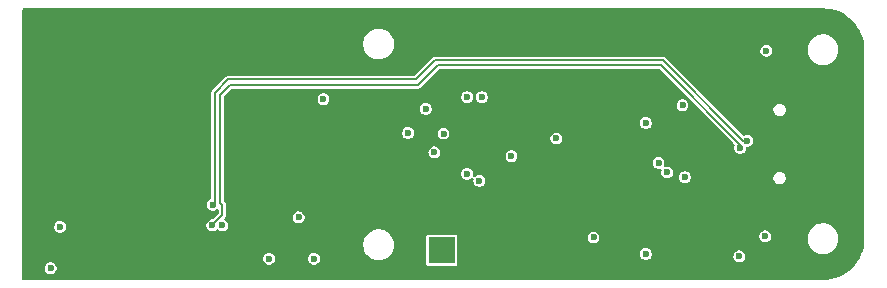
<source format=gbr>
%TF.GenerationSoftware,KiCad,Pcbnew,9.0.4*%
%TF.CreationDate,2025-09-01T13:06:02+02:00*%
%TF.ProjectId,EHT,4548542e-6b69-4636-9164-5f7063625858,rev?*%
%TF.SameCoordinates,Original*%
%TF.FileFunction,Copper,L3,Inr*%
%TF.FilePolarity,Positive*%
%FSLAX46Y46*%
G04 Gerber Fmt 4.6, Leading zero omitted, Abs format (unit mm)*
G04 Created by KiCad (PCBNEW 9.0.4) date 2025-09-01 13:06:02*
%MOMM*%
%LPD*%
G01*
G04 APERTURE LIST*
%TA.AperFunction,ComponentPad*%
%ADD10R,2.250000X2.250000*%
%TD*%
%TA.AperFunction,ComponentPad*%
%ADD11C,2.250000*%
%TD*%
%TA.AperFunction,HeatsinkPad*%
%ADD12O,2.100000X1.000000*%
%TD*%
%TA.AperFunction,HeatsinkPad*%
%ADD13O,1.800000X1.000000*%
%TD*%
%TA.AperFunction,HeatsinkPad*%
%ADD14C,0.600000*%
%TD*%
%TA.AperFunction,ViaPad*%
%ADD15C,0.600000*%
%TD*%
%TA.AperFunction,Conductor*%
%ADD16C,0.200000*%
%TD*%
G04 APERTURE END LIST*
D10*
%TO.N,Net-(U7-EN)*%
%TO.C,SW1*%
X149700000Y-92000000D03*
D11*
%TO.N,GND*%
X156200000Y-92000000D03*
%TD*%
D12*
%TO.N,GND*%
%TO.C,J1*%
X177820000Y-87300000D03*
D13*
X182000000Y-87300000D03*
D12*
X177820000Y-78660000D03*
D13*
X182000000Y-78660000D03*
%TD*%
D14*
%TO.N,GND*%
%TO.C,U7*%
X121860000Y-85915000D03*
X123260000Y-85915000D03*
X121160000Y-85215000D03*
X122560000Y-85215000D03*
X123960000Y-85215000D03*
X121860000Y-84515000D03*
X123260000Y-84515000D03*
X121160000Y-83815000D03*
X122560000Y-83815000D03*
X123960000Y-83815000D03*
X121860000Y-83115000D03*
X123260000Y-83115000D03*
%TD*%
D15*
%TO.N,GND*%
X140500000Y-89200000D03*
X171200000Y-74000000D03*
X155615000Y-82015000D03*
X172862200Y-81767800D03*
X154600000Y-86100000D03*
X164700000Y-92300000D03*
X152200000Y-75299000D03*
X175115000Y-86015000D03*
X165500000Y-84200000D03*
X175425000Y-89500000D03*
X153615000Y-80015000D03*
X152400000Y-74400000D03*
X170900000Y-90075000D03*
X152200000Y-73500000D03*
X167100000Y-77900000D03*
X175400000Y-76500000D03*
X160400000Y-92200000D03*
X168075735Y-90424265D03*
X134800000Y-87300000D03*
X151600000Y-72700000D03*
X172700000Y-90075000D03*
X175115000Y-80015000D03*
%TO.N,Net-(U2-SDO{slash}AD0)*%
X146865000Y-82055000D03*
X152900000Y-86115000D03*
%TO.N,Net-(U2-~{CS})*%
X153115000Y-79015000D03*
X149089672Y-83700000D03*
%TO.N,Net-(U2-SCL{slash}SCLK)*%
X149865000Y-82100000D03*
X151865000Y-79015000D03*
%TO.N,D+*%
X130341051Y-88122017D03*
X175584834Y-82722663D03*
X131140000Y-89875000D03*
%TO.N,D-*%
X174983792Y-83323705D03*
X130290000Y-89875000D03*
%TO.N,Net-(SW2A-A)*%
X167000000Y-81200000D03*
X167000000Y-92300000D03*
%TO.N,LED_PWR*%
X174900000Y-92500000D03*
X170300000Y-85800000D03*
X170100000Y-79700000D03*
%TO.N,+1V8*%
X148365005Y-80016000D03*
X155615000Y-84015000D03*
X151865000Y-85515000D03*
%TO.N,+3V3*%
X138900000Y-92700000D03*
X135100000Y-92700000D03*
X159415000Y-82515000D03*
X116600000Y-93500000D03*
X139700000Y-79180000D03*
X162565000Y-90900000D03*
%TO.N,Net-(U7-EN)*%
X137600000Y-89200000D03*
X117400000Y-90000000D03*
%TO.N,Net-(DCHG1-K)*%
X168800000Y-85400000D03*
X177200000Y-75100000D03*
%TO.N,Net-(DPGOOD1-K)*%
X177100000Y-90800000D03*
X168070460Y-84586707D03*
%TD*%
D16*
%TO.N,D+*%
X175584834Y-82722663D02*
X175301991Y-82722663D01*
X131641802Y-77515000D02*
X130514477Y-78642325D01*
X130514477Y-78642325D02*
X130514477Y-87948591D01*
X147546802Y-77515000D02*
X131641802Y-77515000D01*
X175584834Y-82722663D02*
X175232693Y-82722663D01*
X168409030Y-75899000D02*
X149162802Y-75899000D01*
X175232693Y-82722663D02*
X168409030Y-75899000D01*
X149162802Y-75899000D02*
X147546802Y-77515000D01*
%TO.N,D-*%
X130290000Y-89875000D02*
X131141048Y-89023952D01*
X131141048Y-89023952D02*
X131141048Y-88125161D01*
X174983792Y-83040862D02*
X174983792Y-83323705D01*
X130964478Y-78828720D02*
X131793198Y-78000000D01*
X131793198Y-78000000D02*
X147698198Y-78000000D01*
X131141048Y-88125161D02*
X130964478Y-87948591D01*
X130964478Y-87948591D02*
X130964478Y-78828720D01*
X147698198Y-78000000D02*
X149398198Y-76300000D01*
X168242930Y-76300000D02*
X174983792Y-83040862D01*
X149398198Y-76300000D02*
X168242930Y-76300000D01*
%TD*%
%TA.AperFunction,Conductor*%
%TO.N,GND*%
G36*
X182003032Y-71500648D02*
G01*
X182336929Y-71517052D01*
X182349037Y-71518245D01*
X182452146Y-71533539D01*
X182676699Y-71566849D01*
X182688617Y-71569219D01*
X183009951Y-71649709D01*
X183021588Y-71653240D01*
X183092806Y-71678722D01*
X183333467Y-71764832D01*
X183344688Y-71769479D01*
X183644163Y-71911120D01*
X183654871Y-71916844D01*
X183938988Y-72087137D01*
X183949106Y-72093897D01*
X184215170Y-72291224D01*
X184224576Y-72298944D01*
X184470013Y-72521395D01*
X184478604Y-72529986D01*
X184665755Y-72736475D01*
X184701055Y-72775423D01*
X184708775Y-72784829D01*
X184906102Y-73050893D01*
X184912862Y-73061011D01*
X185041776Y-73276092D01*
X185083148Y-73345116D01*
X185088883Y-73355844D01*
X185111050Y-73402713D01*
X185230514Y-73655297D01*
X185235170Y-73666540D01*
X185346759Y-73978411D01*
X185350292Y-73990055D01*
X185430777Y-74311369D01*
X185433151Y-74323305D01*
X185481754Y-74650962D01*
X185482947Y-74663071D01*
X185499351Y-74996966D01*
X185499500Y-75003051D01*
X185499500Y-90996948D01*
X185499351Y-91003033D01*
X185482947Y-91336928D01*
X185481754Y-91349037D01*
X185433151Y-91676694D01*
X185430777Y-91688630D01*
X185350292Y-92009944D01*
X185346759Y-92021588D01*
X185235170Y-92333459D01*
X185230514Y-92344702D01*
X185088885Y-92644151D01*
X185083148Y-92654883D01*
X184912862Y-92938988D01*
X184906102Y-92949106D01*
X184708775Y-93215170D01*
X184701055Y-93224576D01*
X184478611Y-93470006D01*
X184470006Y-93478611D01*
X184224576Y-93701055D01*
X184215170Y-93708775D01*
X183949106Y-93906102D01*
X183938988Y-93912862D01*
X183654883Y-94083148D01*
X183644151Y-94088885D01*
X183344702Y-94230514D01*
X183333459Y-94235170D01*
X183021588Y-94346759D01*
X183009944Y-94350292D01*
X182688630Y-94430777D01*
X182676694Y-94433151D01*
X182349037Y-94481754D01*
X182336928Y-94482947D01*
X182021989Y-94498419D01*
X182003031Y-94499351D01*
X181996949Y-94499500D01*
X114324000Y-94499500D01*
X114256961Y-94479815D01*
X114211206Y-94427011D01*
X114200000Y-94375500D01*
X114200000Y-93434108D01*
X116099500Y-93434108D01*
X116099500Y-93565891D01*
X116133608Y-93693187D01*
X116138151Y-93701055D01*
X116199500Y-93807314D01*
X116292686Y-93900500D01*
X116406814Y-93966392D01*
X116534108Y-94000500D01*
X116534110Y-94000500D01*
X116665890Y-94000500D01*
X116665892Y-94000500D01*
X116793186Y-93966392D01*
X116907314Y-93900500D01*
X117000500Y-93807314D01*
X117066392Y-93693186D01*
X117100500Y-93565892D01*
X117100500Y-93434108D01*
X117066392Y-93306814D01*
X117000500Y-93192686D01*
X116907314Y-93099500D01*
X116850250Y-93066554D01*
X116793187Y-93033608D01*
X116729539Y-93016554D01*
X116665892Y-92999500D01*
X116534108Y-92999500D01*
X116406812Y-93033608D01*
X116292686Y-93099500D01*
X116292683Y-93099502D01*
X116199502Y-93192683D01*
X116199500Y-93192686D01*
X116133608Y-93306812D01*
X116099500Y-93434108D01*
X114200000Y-93434108D01*
X114200000Y-92634108D01*
X134599500Y-92634108D01*
X134599500Y-92765892D01*
X134612792Y-92815500D01*
X134633608Y-92893187D01*
X134666554Y-92950250D01*
X134699500Y-93007314D01*
X134792686Y-93100500D01*
X134906814Y-93166392D01*
X135034108Y-93200500D01*
X135034110Y-93200500D01*
X135165890Y-93200500D01*
X135165892Y-93200500D01*
X135293186Y-93166392D01*
X135407314Y-93100500D01*
X135500500Y-93007314D01*
X135566392Y-92893186D01*
X135600500Y-92765892D01*
X135600500Y-92634108D01*
X138399500Y-92634108D01*
X138399500Y-92765892D01*
X138412792Y-92815500D01*
X138433608Y-92893187D01*
X138466554Y-92950250D01*
X138499500Y-93007314D01*
X138592686Y-93100500D01*
X138706814Y-93166392D01*
X138834108Y-93200500D01*
X138834110Y-93200500D01*
X138965890Y-93200500D01*
X138965892Y-93200500D01*
X139093186Y-93166392D01*
X139207314Y-93100500D01*
X139300500Y-93007314D01*
X139366392Y-92893186D01*
X139400500Y-92765892D01*
X139400500Y-92634108D01*
X139366392Y-92506814D01*
X139300500Y-92392686D01*
X139207314Y-92299500D01*
X139150250Y-92266554D01*
X139093187Y-92233608D01*
X139029539Y-92216554D01*
X138965892Y-92199500D01*
X138834108Y-92199500D01*
X138706812Y-92233608D01*
X138592686Y-92299500D01*
X138592683Y-92299502D01*
X138499502Y-92392683D01*
X138499500Y-92392686D01*
X138433608Y-92506812D01*
X138417778Y-92565892D01*
X138399500Y-92634108D01*
X135600500Y-92634108D01*
X135566392Y-92506814D01*
X135500500Y-92392686D01*
X135407314Y-92299500D01*
X135350250Y-92266554D01*
X135293187Y-92233608D01*
X135229539Y-92216554D01*
X135165892Y-92199500D01*
X135034108Y-92199500D01*
X134906812Y-92233608D01*
X134792686Y-92299500D01*
X134792683Y-92299502D01*
X134699502Y-92392683D01*
X134699500Y-92392686D01*
X134633608Y-92506812D01*
X134617778Y-92565892D01*
X134599500Y-92634108D01*
X114200000Y-92634108D01*
X114200000Y-91412648D01*
X143064500Y-91412648D01*
X143064500Y-91617351D01*
X143096522Y-91819534D01*
X143159781Y-92014223D01*
X143209748Y-92112287D01*
X143250712Y-92192683D01*
X143252715Y-92196613D01*
X143373028Y-92362213D01*
X143517786Y-92506971D01*
X143655898Y-92607313D01*
X143683390Y-92627287D01*
X143799607Y-92686503D01*
X143865776Y-92720218D01*
X143865778Y-92720218D01*
X143865781Y-92720220D01*
X143970137Y-92754127D01*
X144060465Y-92783477D01*
X144161557Y-92799488D01*
X144262648Y-92815500D01*
X144262649Y-92815500D01*
X144467351Y-92815500D01*
X144467352Y-92815500D01*
X144669534Y-92783477D01*
X144864219Y-92720220D01*
X145046610Y-92627287D01*
X145139590Y-92559732D01*
X145212213Y-92506971D01*
X145212215Y-92506968D01*
X145212219Y-92506966D01*
X145356966Y-92362219D01*
X145356968Y-92362215D01*
X145356971Y-92362213D01*
X145425073Y-92268477D01*
X145477287Y-92196610D01*
X145570220Y-92014219D01*
X145633477Y-91819534D01*
X145665500Y-91617352D01*
X145665500Y-91412648D01*
X145658174Y-91366392D01*
X145633477Y-91210465D01*
X145604127Y-91120137D01*
X145570220Y-91015781D01*
X145570218Y-91015778D01*
X145570218Y-91015776D01*
X145514006Y-90905455D01*
X145510028Y-90897648D01*
X145488424Y-90855247D01*
X148374500Y-90855247D01*
X148374500Y-93144752D01*
X148386131Y-93203229D01*
X148386132Y-93203230D01*
X148430447Y-93269552D01*
X148496769Y-93313867D01*
X148496770Y-93313868D01*
X148555247Y-93325499D01*
X148555250Y-93325500D01*
X148555252Y-93325500D01*
X150844750Y-93325500D01*
X150844751Y-93325499D01*
X150859568Y-93322552D01*
X150903229Y-93313868D01*
X150903229Y-93313867D01*
X150903231Y-93313867D01*
X150969552Y-93269552D01*
X151013867Y-93203231D01*
X151013867Y-93203229D01*
X151013868Y-93203229D01*
X151025499Y-93144752D01*
X151025500Y-93144750D01*
X151025500Y-92234108D01*
X166499500Y-92234108D01*
X166499500Y-92365892D01*
X166516554Y-92429539D01*
X166533608Y-92493187D01*
X166566554Y-92550250D01*
X166599500Y-92607314D01*
X166692686Y-92700500D01*
X166791521Y-92757563D01*
X166805944Y-92765890D01*
X166806814Y-92766392D01*
X166934108Y-92800500D01*
X166934110Y-92800500D01*
X167065890Y-92800500D01*
X167065892Y-92800500D01*
X167193186Y-92766392D01*
X167307314Y-92700500D01*
X167400500Y-92607314D01*
X167466392Y-92493186D01*
X167482222Y-92434108D01*
X174399500Y-92434108D01*
X174399500Y-92565892D01*
X174415950Y-92627284D01*
X174433608Y-92693187D01*
X174449215Y-92720218D01*
X174499500Y-92807314D01*
X174592686Y-92900500D01*
X174706814Y-92966392D01*
X174834108Y-93000500D01*
X174834110Y-93000500D01*
X174965890Y-93000500D01*
X174965892Y-93000500D01*
X175093186Y-92966392D01*
X175207314Y-92900500D01*
X175300500Y-92807314D01*
X175366392Y-92693186D01*
X175400500Y-92565892D01*
X175400500Y-92434108D01*
X175366392Y-92306814D01*
X175300500Y-92192686D01*
X175207314Y-92099500D01*
X175150250Y-92066554D01*
X175093187Y-92033608D01*
X175026915Y-92015851D01*
X174965892Y-91999500D01*
X174834108Y-91999500D01*
X174706812Y-92033608D01*
X174592686Y-92099500D01*
X174592683Y-92099502D01*
X174499502Y-92192683D01*
X174499500Y-92192686D01*
X174433608Y-92306812D01*
X174417778Y-92365892D01*
X174399500Y-92434108D01*
X167482222Y-92434108D01*
X167500500Y-92365892D01*
X167500500Y-92234108D01*
X167466392Y-92106814D01*
X167400500Y-91992686D01*
X167307314Y-91899500D01*
X167216761Y-91847219D01*
X167193187Y-91833608D01*
X167129539Y-91816554D01*
X167065892Y-91799500D01*
X166934108Y-91799500D01*
X166806812Y-91833608D01*
X166692686Y-91899500D01*
X166692683Y-91899502D01*
X166599502Y-91992683D01*
X166599500Y-91992686D01*
X166533608Y-92106812D01*
X166510600Y-92192683D01*
X166499500Y-92234108D01*
X151025500Y-92234108D01*
X151025500Y-90855252D01*
X151024490Y-90850175D01*
X151024490Y-90850172D01*
X151021295Y-90834108D01*
X162064500Y-90834108D01*
X162064500Y-90965891D01*
X162098608Y-91093187D01*
X162106766Y-91107316D01*
X162164500Y-91207314D01*
X162257686Y-91300500D01*
X162371814Y-91366392D01*
X162499108Y-91400500D01*
X162499110Y-91400500D01*
X162630890Y-91400500D01*
X162630892Y-91400500D01*
X162758186Y-91366392D01*
X162872314Y-91300500D01*
X162965500Y-91207314D01*
X163031392Y-91093186D01*
X163065500Y-90965892D01*
X163065500Y-90834108D01*
X163038705Y-90734108D01*
X176599500Y-90734108D01*
X176599500Y-90865891D01*
X176633608Y-90993187D01*
X176637542Y-91000000D01*
X176699500Y-91107314D01*
X176792686Y-91200500D01*
X176906814Y-91266392D01*
X177034108Y-91300500D01*
X177034110Y-91300500D01*
X177165890Y-91300500D01*
X177165892Y-91300500D01*
X177293186Y-91266392D01*
X177407314Y-91200500D01*
X177500500Y-91107314D01*
X177566392Y-90993186D01*
X177591991Y-90897648D01*
X180699500Y-90897648D01*
X180699500Y-91102351D01*
X180731522Y-91304534D01*
X180794781Y-91499223D01*
X180854971Y-91617351D01*
X180885208Y-91676694D01*
X180887715Y-91681613D01*
X181008028Y-91847213D01*
X181152786Y-91991971D01*
X181300790Y-92099500D01*
X181318390Y-92112287D01*
X181434607Y-92171503D01*
X181500776Y-92205218D01*
X181500778Y-92205218D01*
X181500781Y-92205220D01*
X181588150Y-92233608D01*
X181695465Y-92268477D01*
X181796557Y-92284488D01*
X181897648Y-92300500D01*
X181897649Y-92300500D01*
X182102351Y-92300500D01*
X182102352Y-92300500D01*
X182304534Y-92268477D01*
X182499219Y-92205220D01*
X182681610Y-92112287D01*
X182789903Y-92033608D01*
X182847213Y-91991971D01*
X182847215Y-91991968D01*
X182847219Y-91991966D01*
X182991966Y-91847219D01*
X182991968Y-91847215D01*
X182991971Y-91847213D01*
X183044732Y-91774590D01*
X183112287Y-91681610D01*
X183205220Y-91499219D01*
X183268477Y-91304534D01*
X183300500Y-91102352D01*
X183300500Y-90897648D01*
X183274598Y-90734110D01*
X183268477Y-90695465D01*
X183205218Y-90500776D01*
X183154124Y-90400500D01*
X183112287Y-90318390D01*
X183081124Y-90275497D01*
X182991971Y-90152786D01*
X182847213Y-90008028D01*
X182681613Y-89887715D01*
X182681612Y-89887714D01*
X182681610Y-89887713D01*
X182624653Y-89858691D01*
X182499223Y-89794781D01*
X182304534Y-89731522D01*
X182129995Y-89703878D01*
X182102352Y-89699500D01*
X181897648Y-89699500D01*
X181873329Y-89703351D01*
X181695465Y-89731522D01*
X181500776Y-89794781D01*
X181318386Y-89887715D01*
X181152786Y-90008028D01*
X181008028Y-90152786D01*
X180887715Y-90318386D01*
X180794781Y-90500776D01*
X180731522Y-90695465D01*
X180699500Y-90897648D01*
X177591991Y-90897648D01*
X177600500Y-90865892D01*
X177600500Y-90734108D01*
X177566392Y-90606814D01*
X177500500Y-90492686D01*
X177407314Y-90399500D01*
X177350250Y-90366554D01*
X177293187Y-90333608D01*
X177229539Y-90316554D01*
X177165892Y-90299500D01*
X177034108Y-90299500D01*
X176906812Y-90333608D01*
X176792686Y-90399500D01*
X176792683Y-90399502D01*
X176699502Y-90492683D01*
X176699500Y-90492686D01*
X176633608Y-90606812D01*
X176599500Y-90734108D01*
X163038705Y-90734108D01*
X163031392Y-90706814D01*
X162965500Y-90592686D01*
X162872314Y-90499500D01*
X162814968Y-90466391D01*
X162758187Y-90433608D01*
X162694539Y-90416554D01*
X162630892Y-90399500D01*
X162499108Y-90399500D01*
X162371812Y-90433608D01*
X162257686Y-90499500D01*
X162257683Y-90499502D01*
X162164502Y-90592683D01*
X162164500Y-90592686D01*
X162098608Y-90706812D01*
X162064500Y-90834108D01*
X151021295Y-90834108D01*
X151013868Y-90796770D01*
X151013867Y-90796769D01*
X150969552Y-90730447D01*
X150903230Y-90686132D01*
X150903229Y-90686131D01*
X150844752Y-90674500D01*
X150844748Y-90674500D01*
X148555252Y-90674500D01*
X148555247Y-90674500D01*
X148496770Y-90686131D01*
X148496769Y-90686132D01*
X148430447Y-90730447D01*
X148386132Y-90796769D01*
X148386131Y-90796770D01*
X148374500Y-90855247D01*
X145488424Y-90855247D01*
X145477287Y-90833390D01*
X145450681Y-90796769D01*
X145356971Y-90667786D01*
X145212213Y-90523028D01*
X145046613Y-90402715D01*
X145046612Y-90402714D01*
X145046610Y-90402713D01*
X144989653Y-90373691D01*
X144864223Y-90309781D01*
X144669534Y-90246522D01*
X144483098Y-90216994D01*
X144467352Y-90214500D01*
X144262648Y-90214500D01*
X144246902Y-90216994D01*
X144060465Y-90246522D01*
X143865776Y-90309781D01*
X143683386Y-90402715D01*
X143517786Y-90523028D01*
X143373028Y-90667786D01*
X143252715Y-90833386D01*
X143159781Y-91015776D01*
X143096522Y-91210465D01*
X143064500Y-91412648D01*
X114200000Y-91412648D01*
X114200000Y-89934108D01*
X116899500Y-89934108D01*
X116899500Y-90065891D01*
X116933608Y-90193187D01*
X116963809Y-90245495D01*
X116999500Y-90307314D01*
X117092686Y-90400500D01*
X117206814Y-90466392D01*
X117334108Y-90500500D01*
X117334110Y-90500500D01*
X117465890Y-90500500D01*
X117465892Y-90500500D01*
X117593186Y-90466392D01*
X117707314Y-90400500D01*
X117800500Y-90307314D01*
X117866392Y-90193186D01*
X117900500Y-90065892D01*
X117900500Y-89934108D01*
X117867007Y-89809108D01*
X129789500Y-89809108D01*
X129789500Y-89940891D01*
X129823608Y-90068187D01*
X129856554Y-90125250D01*
X129889500Y-90182314D01*
X129982686Y-90275500D01*
X130096814Y-90341392D01*
X130224108Y-90375500D01*
X130224110Y-90375500D01*
X130355890Y-90375500D01*
X130355892Y-90375500D01*
X130483186Y-90341392D01*
X130597314Y-90275500D01*
X130627319Y-90245495D01*
X130688642Y-90212010D01*
X130758334Y-90216994D01*
X130802681Y-90245495D01*
X130832686Y-90275500D01*
X130946814Y-90341392D01*
X131074108Y-90375500D01*
X131074110Y-90375500D01*
X131205890Y-90375500D01*
X131205892Y-90375500D01*
X131333186Y-90341392D01*
X131447314Y-90275500D01*
X131540500Y-90182314D01*
X131606392Y-90068186D01*
X131640500Y-89940892D01*
X131640500Y-89809108D01*
X131606392Y-89681814D01*
X131540500Y-89567686D01*
X131447314Y-89474500D01*
X131447311Y-89474498D01*
X131447307Y-89474495D01*
X131376883Y-89433835D01*
X131328668Y-89383268D01*
X131315446Y-89314661D01*
X131331163Y-89265030D01*
X131339416Y-89250554D01*
X131381508Y-89208463D01*
X131421070Y-89139940D01*
X131422633Y-89134108D01*
X137099500Y-89134108D01*
X137099500Y-89265892D01*
X137116554Y-89329539D01*
X137133608Y-89393187D01*
X137157077Y-89433835D01*
X137199500Y-89507314D01*
X137292686Y-89600500D01*
X137406814Y-89666392D01*
X137534108Y-89700500D01*
X137534110Y-89700500D01*
X137665890Y-89700500D01*
X137665892Y-89700500D01*
X137793186Y-89666392D01*
X137907314Y-89600500D01*
X138000500Y-89507314D01*
X138066392Y-89393186D01*
X138100500Y-89265892D01*
X138100500Y-89134108D01*
X138066392Y-89006814D01*
X138000500Y-88892686D01*
X137907314Y-88799500D01*
X137850250Y-88766554D01*
X137793187Y-88733608D01*
X137729539Y-88716554D01*
X137665892Y-88699500D01*
X137534108Y-88699500D01*
X137406812Y-88733608D01*
X137292686Y-88799500D01*
X137292683Y-88799502D01*
X137199502Y-88892683D01*
X137199500Y-88892686D01*
X137133608Y-89006812D01*
X137118415Y-89063514D01*
X137099500Y-89134108D01*
X131422633Y-89134108D01*
X131441548Y-89063514D01*
X131441548Y-88984390D01*
X131441548Y-88085599D01*
X131435916Y-88064579D01*
X131421070Y-88009173D01*
X131381508Y-87940650D01*
X131301297Y-87860439D01*
X131267812Y-87799116D01*
X131264978Y-87772758D01*
X131264978Y-85449108D01*
X151364500Y-85449108D01*
X151364500Y-85580892D01*
X151367795Y-85593188D01*
X151398608Y-85708187D01*
X151402255Y-85714503D01*
X151464500Y-85822314D01*
X151557686Y-85915500D01*
X151671814Y-85981392D01*
X151799108Y-86015500D01*
X151799110Y-86015500D01*
X151930890Y-86015500D01*
X151930892Y-86015500D01*
X152058186Y-85981392D01*
X152172314Y-85915500D01*
X152204330Y-85883483D01*
X152265650Y-85849999D01*
X152335342Y-85854983D01*
X152391276Y-85896853D01*
X152415694Y-85962317D01*
X152411785Y-86003257D01*
X152399500Y-86049106D01*
X152399500Y-86049108D01*
X152399500Y-86180892D01*
X152402655Y-86192665D01*
X152433608Y-86308187D01*
X152463342Y-86359686D01*
X152499500Y-86422314D01*
X152592686Y-86515500D01*
X152706814Y-86581392D01*
X152834108Y-86615500D01*
X152834110Y-86615500D01*
X152965890Y-86615500D01*
X152965892Y-86615500D01*
X153093186Y-86581392D01*
X153207314Y-86515500D01*
X153300500Y-86422314D01*
X153366392Y-86308186D01*
X153400500Y-86180892D01*
X153400500Y-86049108D01*
X153366392Y-85921814D01*
X153300500Y-85807686D01*
X153207314Y-85714500D01*
X153150250Y-85681554D01*
X153093187Y-85648608D01*
X153029539Y-85631554D01*
X152965892Y-85614500D01*
X152834108Y-85614500D01*
X152706812Y-85648608D01*
X152592686Y-85714500D01*
X152592682Y-85714503D01*
X152560669Y-85746516D01*
X152499345Y-85780001D01*
X152429654Y-85775015D01*
X152373721Y-85733143D01*
X152349305Y-85667678D01*
X152353213Y-85626746D01*
X152365500Y-85580892D01*
X152365500Y-85449108D01*
X152331392Y-85321814D01*
X152265500Y-85207686D01*
X152172314Y-85114500D01*
X152109548Y-85078262D01*
X152058187Y-85048608D01*
X151994539Y-85031554D01*
X151930892Y-85014500D01*
X151799108Y-85014500D01*
X151671812Y-85048608D01*
X151557686Y-85114500D01*
X151557683Y-85114502D01*
X151464502Y-85207683D01*
X151464500Y-85207686D01*
X151398608Y-85321812D01*
X151382933Y-85380313D01*
X151364500Y-85449108D01*
X131264978Y-85449108D01*
X131264978Y-84520815D01*
X167569960Y-84520815D01*
X167569960Y-84652598D01*
X167604068Y-84779894D01*
X167618593Y-84805051D01*
X167669960Y-84894021D01*
X167763146Y-84987207D01*
X167877274Y-85053099D01*
X168004568Y-85087207D01*
X168004570Y-85087207D01*
X168136350Y-85087207D01*
X168136352Y-85087207D01*
X168175938Y-85076600D01*
X168245786Y-85078262D01*
X168303649Y-85117423D01*
X168331154Y-85181651D01*
X168327805Y-85228467D01*
X168299500Y-85334108D01*
X168299500Y-85465892D01*
X168316554Y-85529539D01*
X168333608Y-85593187D01*
X168352980Y-85626740D01*
X168399500Y-85707314D01*
X168492686Y-85800500D01*
X168578421Y-85849999D01*
X168605944Y-85865890D01*
X168606814Y-85866392D01*
X168734108Y-85900500D01*
X168734110Y-85900500D01*
X168865890Y-85900500D01*
X168865892Y-85900500D01*
X168993186Y-85866392D01*
X169107314Y-85800500D01*
X169173706Y-85734108D01*
X169799500Y-85734108D01*
X169799500Y-85865892D01*
X169812792Y-85915499D01*
X169833608Y-85993187D01*
X169865895Y-86049108D01*
X169899500Y-86107314D01*
X169992686Y-86200500D01*
X170106814Y-86266392D01*
X170234108Y-86300500D01*
X170234110Y-86300500D01*
X170365890Y-86300500D01*
X170365892Y-86300500D01*
X170493186Y-86266392D01*
X170607314Y-86200500D01*
X170700500Y-86107314D01*
X170766392Y-85993186D01*
X170800500Y-85865892D01*
X170800500Y-85800817D01*
X177794500Y-85800817D01*
X177794500Y-85939183D01*
X177811669Y-86003257D01*
X177830312Y-86072835D01*
X177830313Y-86072838D01*
X177899492Y-86192661D01*
X177899494Y-86192664D01*
X177899495Y-86192665D01*
X177997335Y-86290505D01*
X177997336Y-86290506D01*
X177997338Y-86290507D01*
X178027961Y-86308187D01*
X178117164Y-86359688D01*
X178250817Y-86395500D01*
X178250819Y-86395500D01*
X178389181Y-86395500D01*
X178389183Y-86395500D01*
X178522836Y-86359688D01*
X178642665Y-86290505D01*
X178740505Y-86192665D01*
X178809688Y-86072836D01*
X178845500Y-85939183D01*
X178845500Y-85800817D01*
X178809688Y-85667164D01*
X178759879Y-85580892D01*
X178740507Y-85547338D01*
X178740503Y-85547333D01*
X178642666Y-85449496D01*
X178642661Y-85449492D01*
X178522838Y-85380313D01*
X178522837Y-85380312D01*
X178522836Y-85380312D01*
X178389183Y-85344500D01*
X178250817Y-85344500D01*
X178117164Y-85380312D01*
X178117161Y-85380313D01*
X177997338Y-85449492D01*
X177997333Y-85449496D01*
X177899496Y-85547333D01*
X177899492Y-85547338D01*
X177830313Y-85667161D01*
X177830312Y-85667164D01*
X177794500Y-85800817D01*
X170800500Y-85800817D01*
X170800500Y-85734108D01*
X170766392Y-85606814D01*
X170700500Y-85492686D01*
X170607314Y-85399500D01*
X170550250Y-85366554D01*
X170493187Y-85333608D01*
X170429539Y-85316554D01*
X170365892Y-85299500D01*
X170234108Y-85299500D01*
X170106812Y-85333608D01*
X169992686Y-85399500D01*
X169992683Y-85399502D01*
X169899502Y-85492683D01*
X169899500Y-85492686D01*
X169833608Y-85606812D01*
X169806681Y-85707307D01*
X169799500Y-85734108D01*
X169173706Y-85734108D01*
X169200500Y-85707314D01*
X169213023Y-85685622D01*
X169225520Y-85663980D01*
X169266390Y-85593189D01*
X169266392Y-85593186D01*
X169300500Y-85465892D01*
X169300500Y-85334108D01*
X169266392Y-85206814D01*
X169200500Y-85092686D01*
X169107314Y-84999500D01*
X169050250Y-84966554D01*
X168993187Y-84933608D01*
X168905478Y-84910107D01*
X168865892Y-84899500D01*
X168734108Y-84899500D01*
X168734106Y-84899500D01*
X168694520Y-84910107D01*
X168624670Y-84908444D01*
X168566808Y-84869280D01*
X168539305Y-84805051D01*
X168542652Y-84758245D01*
X168570960Y-84652599D01*
X168570960Y-84520815D01*
X168536852Y-84393521D01*
X168470960Y-84279393D01*
X168377774Y-84186207D01*
X168320710Y-84153261D01*
X168263647Y-84120315D01*
X168189691Y-84100499D01*
X168136352Y-84086207D01*
X168004568Y-84086207D01*
X167877272Y-84120315D01*
X167763146Y-84186207D01*
X167763143Y-84186209D01*
X167669962Y-84279390D01*
X167669960Y-84279393D01*
X167604068Y-84393519D01*
X167569960Y-84520815D01*
X131264978Y-84520815D01*
X131264978Y-83634108D01*
X148589172Y-83634108D01*
X148589172Y-83765892D01*
X148595658Y-83790097D01*
X148623280Y-83893187D01*
X148655567Y-83949108D01*
X148689172Y-84007314D01*
X148782358Y-84100500D01*
X148896486Y-84166392D01*
X149023780Y-84200500D01*
X149023782Y-84200500D01*
X149155562Y-84200500D01*
X149155564Y-84200500D01*
X149282858Y-84166392D01*
X149396986Y-84100500D01*
X149490172Y-84007314D01*
X149523777Y-83949108D01*
X155114500Y-83949108D01*
X155114500Y-84080891D01*
X155148608Y-84208187D01*
X155181554Y-84265250D01*
X155214500Y-84322314D01*
X155307686Y-84415500D01*
X155421814Y-84481392D01*
X155549108Y-84515500D01*
X155549110Y-84515500D01*
X155680890Y-84515500D01*
X155680892Y-84515500D01*
X155808186Y-84481392D01*
X155922314Y-84415500D01*
X156015500Y-84322314D01*
X156081392Y-84208186D01*
X156115500Y-84080892D01*
X156115500Y-83949108D01*
X156081392Y-83821814D01*
X156015500Y-83707686D01*
X155922314Y-83614500D01*
X155865250Y-83581554D01*
X155808187Y-83548608D01*
X155744539Y-83531554D01*
X155680892Y-83514500D01*
X155549108Y-83514500D01*
X155421812Y-83548608D01*
X155307686Y-83614500D01*
X155307683Y-83614502D01*
X155214502Y-83707683D01*
X155214500Y-83707686D01*
X155148608Y-83821812D01*
X155114500Y-83949108D01*
X149523777Y-83949108D01*
X149556064Y-83893186D01*
X149590172Y-83765892D01*
X149590172Y-83634108D01*
X149556064Y-83506814D01*
X149490172Y-83392686D01*
X149396986Y-83299500D01*
X149324782Y-83257813D01*
X149282859Y-83233608D01*
X149196542Y-83210480D01*
X149155564Y-83199500D01*
X149023780Y-83199500D01*
X148896484Y-83233608D01*
X148782358Y-83299500D01*
X148782355Y-83299502D01*
X148689174Y-83392683D01*
X148689172Y-83392686D01*
X148623280Y-83506812D01*
X148612081Y-83548608D01*
X148589172Y-83634108D01*
X131264978Y-83634108D01*
X131264978Y-81989108D01*
X146364500Y-81989108D01*
X146364500Y-82120891D01*
X146398608Y-82248187D01*
X146418153Y-82282039D01*
X146464500Y-82362314D01*
X146557686Y-82455500D01*
X146671814Y-82521392D01*
X146799108Y-82555500D01*
X146799110Y-82555500D01*
X146930890Y-82555500D01*
X146930892Y-82555500D01*
X147058186Y-82521392D01*
X147172314Y-82455500D01*
X147265500Y-82362314D01*
X147331392Y-82248186D01*
X147365500Y-82120892D01*
X147365500Y-82034108D01*
X149364500Y-82034108D01*
X149364500Y-82165891D01*
X149398608Y-82293187D01*
X149415135Y-82321812D01*
X149464500Y-82407314D01*
X149557686Y-82500500D01*
X149671814Y-82566392D01*
X149799108Y-82600500D01*
X149799110Y-82600500D01*
X149930890Y-82600500D01*
X149930892Y-82600500D01*
X150058186Y-82566392D01*
X150172314Y-82500500D01*
X150223706Y-82449108D01*
X158914500Y-82449108D01*
X158914500Y-82580891D01*
X158948608Y-82708187D01*
X158981554Y-82765250D01*
X159014500Y-82822314D01*
X159107686Y-82915500D01*
X159221814Y-82981392D01*
X159349108Y-83015500D01*
X159349110Y-83015500D01*
X159480890Y-83015500D01*
X159480892Y-83015500D01*
X159608186Y-82981392D01*
X159722314Y-82915500D01*
X159815500Y-82822314D01*
X159881392Y-82708186D01*
X159915500Y-82580892D01*
X159915500Y-82449108D01*
X159881392Y-82321814D01*
X159815500Y-82207686D01*
X159722314Y-82114500D01*
X159665250Y-82081554D01*
X159608187Y-82048608D01*
X159544539Y-82031554D01*
X159480892Y-82014500D01*
X159349108Y-82014500D01*
X159221812Y-82048608D01*
X159107686Y-82114500D01*
X159107683Y-82114502D01*
X159014502Y-82207683D01*
X159014500Y-82207686D01*
X158948608Y-82321812D01*
X158914500Y-82449108D01*
X150223706Y-82449108D01*
X150265500Y-82407314D01*
X150331392Y-82293186D01*
X150365500Y-82165892D01*
X150365500Y-82034108D01*
X150331392Y-81906814D01*
X150265500Y-81792686D01*
X150172314Y-81699500D01*
X150114968Y-81666391D01*
X150058187Y-81633608D01*
X149994539Y-81616554D01*
X149930892Y-81599500D01*
X149799108Y-81599500D01*
X149671812Y-81633608D01*
X149557686Y-81699500D01*
X149557683Y-81699502D01*
X149464502Y-81792683D01*
X149464500Y-81792686D01*
X149398608Y-81906812D01*
X149364500Y-82034108D01*
X147365500Y-82034108D01*
X147365500Y-81989108D01*
X147331392Y-81861814D01*
X147265500Y-81747686D01*
X147172314Y-81654500D01*
X147115250Y-81621554D01*
X147058187Y-81588608D01*
X146994539Y-81571554D01*
X146930892Y-81554500D01*
X146799108Y-81554500D01*
X146671812Y-81588608D01*
X146557686Y-81654500D01*
X146557683Y-81654502D01*
X146464502Y-81747683D01*
X146464500Y-81747686D01*
X146398608Y-81861812D01*
X146364500Y-81989108D01*
X131264978Y-81989108D01*
X131264978Y-81134108D01*
X166499500Y-81134108D01*
X166499500Y-81265891D01*
X166533608Y-81393187D01*
X166566554Y-81450250D01*
X166599500Y-81507314D01*
X166692686Y-81600500D01*
X166806814Y-81666392D01*
X166934108Y-81700500D01*
X166934110Y-81700500D01*
X167065890Y-81700500D01*
X167065892Y-81700500D01*
X167193186Y-81666392D01*
X167307314Y-81600500D01*
X167400500Y-81507314D01*
X167466392Y-81393186D01*
X167500500Y-81265892D01*
X167500500Y-81134108D01*
X167466392Y-81006814D01*
X167400500Y-80892686D01*
X167307314Y-80799500D01*
X167250250Y-80766554D01*
X167193187Y-80733608D01*
X167129539Y-80716554D01*
X167065892Y-80699500D01*
X166934108Y-80699500D01*
X166806812Y-80733608D01*
X166692686Y-80799500D01*
X166692683Y-80799502D01*
X166599502Y-80892683D01*
X166599500Y-80892686D01*
X166533608Y-81006812D01*
X166499500Y-81134108D01*
X131264978Y-81134108D01*
X131264978Y-79950108D01*
X147864505Y-79950108D01*
X147864505Y-80081891D01*
X147898613Y-80209187D01*
X147931559Y-80266250D01*
X147964505Y-80323314D01*
X148057691Y-80416500D01*
X148171819Y-80482392D01*
X148299113Y-80516500D01*
X148299115Y-80516500D01*
X148430895Y-80516500D01*
X148430897Y-80516500D01*
X148558191Y-80482392D01*
X148672319Y-80416500D01*
X148765505Y-80323314D01*
X148831397Y-80209186D01*
X148865505Y-80081892D01*
X148865505Y-79950108D01*
X148831397Y-79822814D01*
X148765505Y-79708686D01*
X148690927Y-79634108D01*
X169599500Y-79634108D01*
X169599500Y-79765892D01*
X169614752Y-79822812D01*
X169633608Y-79893187D01*
X169666472Y-79950108D01*
X169699500Y-80007314D01*
X169792686Y-80100500D01*
X169906814Y-80166392D01*
X170034108Y-80200500D01*
X170034110Y-80200500D01*
X170165890Y-80200500D01*
X170165892Y-80200500D01*
X170293186Y-80166392D01*
X170407314Y-80100500D01*
X170500500Y-80007314D01*
X170566392Y-79893186D01*
X170600500Y-79765892D01*
X170600500Y-79634108D01*
X170566392Y-79506814D01*
X170500500Y-79392686D01*
X170407314Y-79299500D01*
X170350250Y-79266554D01*
X170293187Y-79233608D01*
X170229539Y-79216554D01*
X170165892Y-79199500D01*
X170034108Y-79199500D01*
X169906812Y-79233608D01*
X169792686Y-79299500D01*
X169792683Y-79299502D01*
X169699502Y-79392683D01*
X169699500Y-79392686D01*
X169633608Y-79506812D01*
X169608555Y-79600313D01*
X169599500Y-79634108D01*
X148690927Y-79634108D01*
X148672319Y-79615500D01*
X148583985Y-79564500D01*
X148558192Y-79549608D01*
X148494544Y-79532554D01*
X148430897Y-79515500D01*
X148299113Y-79515500D01*
X148171817Y-79549608D01*
X148057691Y-79615500D01*
X148057688Y-79615502D01*
X147964507Y-79708683D01*
X147964505Y-79708686D01*
X147898613Y-79822812D01*
X147864505Y-79950108D01*
X131264978Y-79950108D01*
X131264978Y-79114108D01*
X139199500Y-79114108D01*
X139199500Y-79245891D01*
X139233608Y-79373187D01*
X139244866Y-79392686D01*
X139299500Y-79487314D01*
X139392686Y-79580500D01*
X139506814Y-79646392D01*
X139634108Y-79680500D01*
X139634110Y-79680500D01*
X139765890Y-79680500D01*
X139765892Y-79680500D01*
X139893186Y-79646392D01*
X140007314Y-79580500D01*
X140100500Y-79487314D01*
X140166392Y-79373186D01*
X140200500Y-79245892D01*
X140200500Y-79114108D01*
X140166392Y-78986814D01*
X140144622Y-78949108D01*
X151364500Y-78949108D01*
X151364500Y-79080891D01*
X151398608Y-79208187D01*
X151431554Y-79265250D01*
X151464500Y-79322314D01*
X151557686Y-79415500D01*
X151671814Y-79481392D01*
X151799108Y-79515500D01*
X151799110Y-79515500D01*
X151930890Y-79515500D01*
X151930892Y-79515500D01*
X152058186Y-79481392D01*
X152172314Y-79415500D01*
X152265500Y-79322314D01*
X152331392Y-79208186D01*
X152365500Y-79080892D01*
X152365500Y-78949108D01*
X152614500Y-78949108D01*
X152614500Y-79080891D01*
X152648608Y-79208187D01*
X152681554Y-79265250D01*
X152714500Y-79322314D01*
X152807686Y-79415500D01*
X152921814Y-79481392D01*
X153049108Y-79515500D01*
X153049110Y-79515500D01*
X153180890Y-79515500D01*
X153180892Y-79515500D01*
X153308186Y-79481392D01*
X153422314Y-79415500D01*
X153515500Y-79322314D01*
X153581392Y-79208186D01*
X153615500Y-79080892D01*
X153615500Y-78949108D01*
X153581392Y-78821814D01*
X153515500Y-78707686D01*
X153422314Y-78614500D01*
X153365250Y-78581554D01*
X153308187Y-78548608D01*
X153225065Y-78526336D01*
X153180892Y-78514500D01*
X153049108Y-78514500D01*
X152921812Y-78548608D01*
X152807686Y-78614500D01*
X152807683Y-78614502D01*
X152714502Y-78707683D01*
X152714500Y-78707686D01*
X152648608Y-78821812D01*
X152614500Y-78949108D01*
X152365500Y-78949108D01*
X152331392Y-78821814D01*
X152265500Y-78707686D01*
X152172314Y-78614500D01*
X152115250Y-78581554D01*
X152058187Y-78548608D01*
X151975065Y-78526336D01*
X151930892Y-78514500D01*
X151799108Y-78514500D01*
X151671812Y-78548608D01*
X151557686Y-78614500D01*
X151557683Y-78614502D01*
X151464502Y-78707683D01*
X151464500Y-78707686D01*
X151398608Y-78821812D01*
X151364500Y-78949108D01*
X140144622Y-78949108D01*
X140100500Y-78872686D01*
X140007314Y-78779500D01*
X139950250Y-78746554D01*
X139893187Y-78713608D01*
X139829539Y-78696554D01*
X139765892Y-78679500D01*
X139634108Y-78679500D01*
X139506812Y-78713608D01*
X139392686Y-78779500D01*
X139392683Y-78779502D01*
X139299502Y-78872683D01*
X139299500Y-78872686D01*
X139233608Y-78986812D01*
X139199500Y-79114108D01*
X131264978Y-79114108D01*
X131264978Y-79004553D01*
X131284663Y-78937514D01*
X131301297Y-78916872D01*
X131881350Y-78336819D01*
X131942673Y-78303334D01*
X131969031Y-78300500D01*
X147737758Y-78300500D01*
X147737760Y-78300500D01*
X147814187Y-78280021D01*
X147882709Y-78240460D01*
X147938658Y-78184511D01*
X149486350Y-76636819D01*
X149547673Y-76603334D01*
X149574031Y-76600500D01*
X168067097Y-76600500D01*
X168134136Y-76620185D01*
X168154778Y-76636819D01*
X174498097Y-82980138D01*
X174531582Y-83041461D01*
X174526598Y-83111153D01*
X174517813Y-83129801D01*
X174517406Y-83130505D01*
X174517401Y-83130516D01*
X174517400Y-83130519D01*
X174498917Y-83199500D01*
X174483292Y-83257813D01*
X174483292Y-83389596D01*
X174517400Y-83516892D01*
X174535712Y-83548608D01*
X174583292Y-83631019D01*
X174676478Y-83724205D01*
X174790606Y-83790097D01*
X174917900Y-83824205D01*
X174917902Y-83824205D01*
X175049682Y-83824205D01*
X175049684Y-83824205D01*
X175176978Y-83790097D01*
X175291106Y-83724205D01*
X175384292Y-83631019D01*
X175450184Y-83516891D01*
X175484292Y-83389597D01*
X175484292Y-83347163D01*
X175503977Y-83280124D01*
X175556781Y-83234369D01*
X175608292Y-83223163D01*
X175650724Y-83223163D01*
X175650726Y-83223163D01*
X175778020Y-83189055D01*
X175892148Y-83123163D01*
X175985334Y-83029977D01*
X176051226Y-82915849D01*
X176085334Y-82788555D01*
X176085334Y-82656771D01*
X176051226Y-82529477D01*
X175985334Y-82415349D01*
X175892148Y-82322163D01*
X175835084Y-82289217D01*
X175778021Y-82256271D01*
X175714373Y-82239217D01*
X175650726Y-82222163D01*
X175518942Y-82222163D01*
X175391648Y-82256271D01*
X175391647Y-82256271D01*
X175391645Y-82256272D01*
X175391644Y-82256272D01*
X175347015Y-82282039D01*
X175279114Y-82298512D01*
X175213088Y-82275659D01*
X175197334Y-82262333D01*
X172955818Y-80020817D01*
X177794500Y-80020817D01*
X177794500Y-80159183D01*
X177807899Y-80209187D01*
X177830312Y-80292835D01*
X177830313Y-80292838D01*
X177899492Y-80412661D01*
X177899494Y-80412664D01*
X177899495Y-80412665D01*
X177997335Y-80510505D01*
X177997336Y-80510506D01*
X177997338Y-80510507D01*
X178057249Y-80545096D01*
X178117164Y-80579688D01*
X178250817Y-80615500D01*
X178250819Y-80615500D01*
X178389181Y-80615500D01*
X178389183Y-80615500D01*
X178522836Y-80579688D01*
X178642665Y-80510505D01*
X178740505Y-80412665D01*
X178809688Y-80292836D01*
X178845500Y-80159183D01*
X178845500Y-80020817D01*
X178809688Y-79887164D01*
X178740505Y-79767335D01*
X178642665Y-79669495D01*
X178642664Y-79669494D01*
X178642661Y-79669492D01*
X178522838Y-79600313D01*
X178522837Y-79600312D01*
X178522836Y-79600312D01*
X178389183Y-79564500D01*
X178250817Y-79564500D01*
X178117164Y-79600312D01*
X178117161Y-79600313D01*
X177997338Y-79669492D01*
X177997333Y-79669496D01*
X177899496Y-79767333D01*
X177899492Y-79767338D01*
X177830313Y-79887161D01*
X177830312Y-79887164D01*
X177794500Y-80020817D01*
X172955818Y-80020817D01*
X168593542Y-75658541D01*
X168593534Y-75658535D01*
X168525025Y-75618982D01*
X168525020Y-75618979D01*
X168499543Y-75612152D01*
X168448592Y-75598500D01*
X149123240Y-75598500D01*
X149085026Y-75608739D01*
X149046811Y-75618979D01*
X149046806Y-75618982D01*
X148978297Y-75658535D01*
X148978289Y-75658541D01*
X147458650Y-77178181D01*
X147397327Y-77211666D01*
X147370969Y-77214500D01*
X131602240Y-77214500D01*
X131564026Y-77224739D01*
X131525811Y-77234979D01*
X131525806Y-77234982D01*
X131457297Y-77274535D01*
X131457289Y-77274541D01*
X130274018Y-78457812D01*
X130274012Y-78457820D01*
X130234459Y-78526329D01*
X130234456Y-78526334D01*
X130213977Y-78602764D01*
X130213977Y-87545863D01*
X130194292Y-87612902D01*
X130151978Y-87653250D01*
X130033737Y-87721517D01*
X130033734Y-87721519D01*
X129940553Y-87814700D01*
X129940551Y-87814703D01*
X129874659Y-87928829D01*
X129840551Y-88056125D01*
X129840551Y-88187908D01*
X129874659Y-88315204D01*
X129907605Y-88372267D01*
X129940551Y-88429331D01*
X130033737Y-88522517D01*
X130093886Y-88557244D01*
X130146458Y-88587597D01*
X130147865Y-88588409D01*
X130275159Y-88622517D01*
X130275161Y-88622517D01*
X130406941Y-88622517D01*
X130406943Y-88622517D01*
X130534237Y-88588409D01*
X130648365Y-88522517D01*
X130648366Y-88522515D01*
X130654547Y-88518947D01*
X130660449Y-88517514D01*
X130665037Y-88513540D01*
X130693999Y-88509375D01*
X130722447Y-88502474D01*
X130728185Y-88504460D01*
X130734195Y-88503596D01*
X130760817Y-88515754D01*
X130788474Y-88525326D01*
X130792227Y-88530098D01*
X130797751Y-88532621D01*
X130813575Y-88557244D01*
X130831665Y-88580247D01*
X130833081Y-88587597D01*
X130835525Y-88591399D01*
X130840548Y-88626334D01*
X130840548Y-88848118D01*
X130820863Y-88915157D01*
X130804229Y-88935799D01*
X130401847Y-89338181D01*
X130340524Y-89371666D01*
X130314166Y-89374500D01*
X130224108Y-89374500D01*
X130096812Y-89408608D01*
X129982686Y-89474500D01*
X129982683Y-89474502D01*
X129889502Y-89567683D01*
X129889500Y-89567686D01*
X129823608Y-89681812D01*
X129789500Y-89809108D01*
X117867007Y-89809108D01*
X117866392Y-89806814D01*
X117800500Y-89692686D01*
X117707314Y-89599500D01*
X117650250Y-89566554D01*
X117593187Y-89533608D01*
X117529539Y-89516554D01*
X117465892Y-89499500D01*
X117334108Y-89499500D01*
X117206812Y-89533608D01*
X117092686Y-89599500D01*
X117092683Y-89599502D01*
X116999502Y-89692683D01*
X116999500Y-89692686D01*
X116933608Y-89806812D01*
X116899500Y-89934108D01*
X114200000Y-89934108D01*
X114200000Y-74412648D01*
X143064500Y-74412648D01*
X143064500Y-74617351D01*
X143096522Y-74819534D01*
X143159781Y-75014223D01*
X143204686Y-75102352D01*
X143237061Y-75165892D01*
X143252715Y-75196613D01*
X143373028Y-75362213D01*
X143517786Y-75506971D01*
X143671955Y-75618979D01*
X143683390Y-75627287D01*
X143790005Y-75681610D01*
X143865776Y-75720218D01*
X143865778Y-75720218D01*
X143865781Y-75720220D01*
X143970137Y-75754127D01*
X144060465Y-75783477D01*
X144161557Y-75799488D01*
X144262648Y-75815500D01*
X144262649Y-75815500D01*
X144467351Y-75815500D01*
X144467352Y-75815500D01*
X144669534Y-75783477D01*
X144864219Y-75720220D01*
X145046610Y-75627287D01*
X145139590Y-75559732D01*
X145212213Y-75506971D01*
X145212215Y-75506968D01*
X145212219Y-75506966D01*
X145356966Y-75362219D01*
X145356968Y-75362215D01*
X145356971Y-75362213D01*
X145409732Y-75289590D01*
X145477287Y-75196610D01*
X145560086Y-75034108D01*
X176699500Y-75034108D01*
X176699500Y-75165891D01*
X176733608Y-75293187D01*
X176766554Y-75350250D01*
X176799500Y-75407314D01*
X176892686Y-75500500D01*
X177006814Y-75566392D01*
X177134108Y-75600500D01*
X177134110Y-75600500D01*
X177265890Y-75600500D01*
X177265892Y-75600500D01*
X177393186Y-75566392D01*
X177507314Y-75500500D01*
X177600500Y-75407314D01*
X177666392Y-75293186D01*
X177700500Y-75165892D01*
X177700500Y-75034108D01*
X177666392Y-74906814D01*
X177661100Y-74897648D01*
X180699500Y-74897648D01*
X180699500Y-75102351D01*
X180731522Y-75304534D01*
X180794781Y-75499223D01*
X180829006Y-75566392D01*
X180875958Y-75658540D01*
X180887715Y-75681613D01*
X181008028Y-75847213D01*
X181152786Y-75991971D01*
X181307749Y-76104556D01*
X181318390Y-76112287D01*
X181434607Y-76171503D01*
X181500776Y-76205218D01*
X181500778Y-76205218D01*
X181500781Y-76205220D01*
X181605137Y-76239127D01*
X181695465Y-76268477D01*
X181796557Y-76284488D01*
X181897648Y-76300500D01*
X181897649Y-76300500D01*
X182102351Y-76300500D01*
X182102352Y-76300500D01*
X182304534Y-76268477D01*
X182499219Y-76205220D01*
X182681610Y-76112287D01*
X182774590Y-76044732D01*
X182847213Y-75991971D01*
X182847215Y-75991968D01*
X182847219Y-75991966D01*
X182991966Y-75847219D01*
X182991968Y-75847215D01*
X182991971Y-75847213D01*
X183084235Y-75720220D01*
X183112287Y-75681610D01*
X183205220Y-75499219D01*
X183268477Y-75304534D01*
X183300500Y-75102352D01*
X183300500Y-74897648D01*
X183268477Y-74695466D01*
X183205220Y-74500781D01*
X183205218Y-74500778D01*
X183205218Y-74500776D01*
X183159987Y-74412007D01*
X183112287Y-74318390D01*
X183104556Y-74307749D01*
X182991971Y-74152786D01*
X182847213Y-74008028D01*
X182681613Y-73887715D01*
X182681612Y-73887714D01*
X182681610Y-73887713D01*
X182624653Y-73858691D01*
X182499223Y-73794781D01*
X182304534Y-73731522D01*
X182129995Y-73703878D01*
X182102352Y-73699500D01*
X181897648Y-73699500D01*
X181873329Y-73703351D01*
X181695465Y-73731522D01*
X181500776Y-73794781D01*
X181318386Y-73887715D01*
X181152786Y-74008028D01*
X181008028Y-74152786D01*
X180887715Y-74318386D01*
X180794781Y-74500776D01*
X180731522Y-74695465D01*
X180699500Y-74897648D01*
X177661100Y-74897648D01*
X177600500Y-74792686D01*
X177507314Y-74699500D01*
X177423244Y-74650962D01*
X177393187Y-74633608D01*
X177329539Y-74616554D01*
X177265892Y-74599500D01*
X177134108Y-74599500D01*
X177006812Y-74633608D01*
X176892686Y-74699500D01*
X176892683Y-74699502D01*
X176799502Y-74792683D01*
X176799500Y-74792686D01*
X176733608Y-74906812D01*
X176699500Y-75034108D01*
X145560086Y-75034108D01*
X145570220Y-75014219D01*
X145633477Y-74819534D01*
X145665500Y-74617352D01*
X145665500Y-74412648D01*
X145633477Y-74210466D01*
X145570220Y-74015781D01*
X145570218Y-74015778D01*
X145570218Y-74015776D01*
X145504967Y-73887715D01*
X145477287Y-73833390D01*
X145449236Y-73794781D01*
X145356971Y-73667786D01*
X145212213Y-73523028D01*
X145046613Y-73402715D01*
X145046612Y-73402714D01*
X145046610Y-73402713D01*
X144989653Y-73373691D01*
X144864223Y-73309781D01*
X144669534Y-73246522D01*
X144494995Y-73218878D01*
X144467352Y-73214500D01*
X144262648Y-73214500D01*
X144238329Y-73218351D01*
X144060465Y-73246522D01*
X143865776Y-73309781D01*
X143683386Y-73402715D01*
X143517786Y-73523028D01*
X143373028Y-73667786D01*
X143252715Y-73833386D01*
X143159781Y-74015776D01*
X143096522Y-74210465D01*
X143064500Y-74412648D01*
X114200000Y-74412648D01*
X114200000Y-71624500D01*
X114219685Y-71557461D01*
X114272489Y-71511706D01*
X114324000Y-71500500D01*
X181934108Y-71500500D01*
X181996949Y-71500500D01*
X182003032Y-71500648D01*
G37*
%TD.AperFunction*%
%TD*%
M02*

</source>
